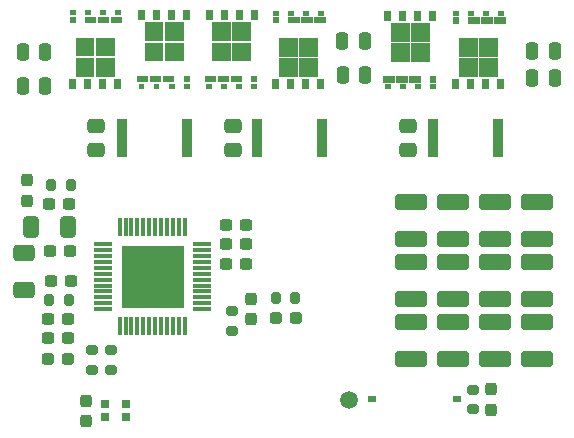
<source format=gbr>
%TF.GenerationSoftware,KiCad,Pcbnew,(7.0.0-0)*%
%TF.CreationDate,2023-03-29T23:18:46+02:00*%
%TF.ProjectId,Nauthiluscontroller,4e617574-6869-46c7-9573-636f6e74726f,rev?*%
%TF.SameCoordinates,Original*%
%TF.FileFunction,Paste,Top*%
%TF.FilePolarity,Positive*%
%FSLAX46Y46*%
G04 Gerber Fmt 4.6, Leading zero omitted, Abs format (unit mm)*
G04 Created by KiCad (PCBNEW (7.0.0-0)) date 2023-03-29 23:18:46*
%MOMM*%
%LPD*%
G01*
G04 APERTURE LIST*
G04 Aperture macros list*
%AMRoundRect*
0 Rectangle with rounded corners*
0 $1 Rounding radius*
0 $2 $3 $4 $5 $6 $7 $8 $9 X,Y pos of 4 corners*
0 Add a 4 corners polygon primitive as box body*
4,1,4,$2,$3,$4,$5,$6,$7,$8,$9,$2,$3,0*
0 Add four circle primitives for the rounded corners*
1,1,$1+$1,$2,$3*
1,1,$1+$1,$4,$5*
1,1,$1+$1,$6,$7*
1,1,$1+$1,$8,$9*
0 Add four rect primitives between the rounded corners*
20,1,$1+$1,$2,$3,$4,$5,0*
20,1,$1+$1,$4,$5,$6,$7,0*
20,1,$1+$1,$6,$7,$8,$9,0*
20,1,$1+$1,$8,$9,$2,$3,0*%
G04 Aperture macros list end*
%ADD10C,0.010000*%
%ADD11RoundRect,0.200000X-0.200000X-0.275000X0.200000X-0.275000X0.200000X0.275000X-0.200000X0.275000X0*%
%ADD12RoundRect,0.249997X1.100003X-0.412503X1.100003X0.412503X-1.100003X0.412503X-1.100003X-0.412503X0*%
%ADD13RoundRect,0.250000X0.475000X-0.337500X0.475000X0.337500X-0.475000X0.337500X-0.475000X-0.337500X0*%
%ADD14RoundRect,0.237500X-0.300000X-0.237500X0.300000X-0.237500X0.300000X0.237500X-0.300000X0.237500X0*%
%ADD15RoundRect,0.237500X0.300000X0.237500X-0.300000X0.237500X-0.300000X-0.237500X0.300000X-0.237500X0*%
%ADD16RoundRect,0.249997X0.412503X0.650003X-0.412503X0.650003X-0.412503X-0.650003X0.412503X-0.650003X0*%
%ADD17RoundRect,0.249997X0.650003X-0.412503X0.650003X0.412503X-0.650003X0.412503X-0.650003X-0.412503X0*%
%ADD18RoundRect,0.237500X0.237500X-0.300000X0.237500X0.300000X-0.237500X0.300000X-0.237500X-0.300000X0*%
%ADD19R,0.300000X1.500000*%
%ADD20R,1.500000X0.300000*%
%ADD21RoundRect,0.200000X0.275000X-0.200000X0.275000X0.200000X-0.275000X0.200000X-0.275000X-0.200000X0*%
%ADD22RoundRect,0.200000X-0.275000X0.200000X-0.275000X-0.200000X0.275000X-0.200000X0.275000X0.200000X0*%
%ADD23RoundRect,0.237500X0.237500X-0.287500X0.237500X0.287500X-0.237500X0.287500X-0.237500X-0.287500X0*%
%ADD24RoundRect,0.237500X-0.287500X-0.237500X0.287500X-0.237500X0.287500X0.237500X-0.287500X0.237500X0*%
%ADD25RoundRect,0.237500X0.287500X0.237500X-0.287500X0.237500X-0.287500X-0.237500X0.287500X-0.237500X0*%
%ADD26RoundRect,0.250000X-0.250000X-0.475000X0.250000X-0.475000X0.250000X0.475000X-0.250000X0.475000X0*%
%ADD27RoundRect,0.250000X0.250000X0.475000X-0.250000X0.475000X-0.250000X-0.475000X0.250000X-0.475000X0*%
%ADD28R,0.800000X0.600000*%
%ADD29R,0.900000X3.200000*%
%ADD30RoundRect,0.237500X-0.237500X0.300000X-0.237500X-0.300000X0.237500X-0.300000X0.237500X0.300000X0*%
%ADD31C,1.500000*%
%ADD32R,0.700000X0.700000*%
G04 APERTURE END LIST*
%TO.C,U3*%
G36*
X131208000Y-108207000D02*
G01*
X126038000Y-108207000D01*
X126038000Y-103037000D01*
X131208000Y-103037000D01*
X131208000Y-108207000D01*
G37*
D10*
X131208000Y-108207000D02*
X126038000Y-108207000D01*
X126038000Y-103037000D01*
X131208000Y-103037000D01*
X131208000Y-108207000D01*
%TO.C,Q2*%
G36*
X125860000Y-83420000D02*
G01*
X125467040Y-83420000D01*
X125467040Y-83070000D01*
X125860000Y-83070000D01*
X125860000Y-83420000D01*
G37*
X125860000Y-83420000D02*
X125467040Y-83420000D01*
X125467040Y-83070000D01*
X125860000Y-83070000D01*
X125860000Y-83420000D01*
G36*
X124590000Y-83420000D02*
G01*
X124190850Y-83420000D01*
X124190850Y-83070000D01*
X124590000Y-83070000D01*
X124590000Y-83420000D01*
G37*
X124590000Y-83420000D02*
X124190850Y-83420000D01*
X124190850Y-83070000D01*
X124590000Y-83070000D01*
X124590000Y-83420000D01*
G36*
X123320000Y-83420000D02*
G01*
X122917487Y-83420000D01*
X122917487Y-83070000D01*
X123320000Y-83070000D01*
X123320000Y-83420000D01*
G37*
X123320000Y-83420000D02*
X122917487Y-83420000D01*
X122917487Y-83070000D01*
X123320000Y-83070000D01*
X123320000Y-83420000D01*
G36*
X122050000Y-83420000D02*
G01*
X121643470Y-83420000D01*
X121643470Y-83070000D01*
X122050000Y-83070000D01*
X122050000Y-83420000D01*
G37*
X122050000Y-83420000D02*
X121643470Y-83420000D01*
X121643470Y-83070000D01*
X122050000Y-83070000D01*
X122050000Y-83420000D01*
G36*
X126020000Y-84070000D02*
G01*
X125125950Y-84070000D01*
X125125950Y-83620000D01*
X126020000Y-83620000D01*
X126020000Y-84070000D01*
G37*
X126020000Y-84070000D02*
X125125950Y-84070000D01*
X125125950Y-83620000D01*
X126020000Y-83620000D01*
X126020000Y-84070000D01*
G36*
X124920000Y-84070000D02*
G01*
X124020759Y-84070000D01*
X124020759Y-83620000D01*
X124920000Y-83620000D01*
X124920000Y-84070000D01*
G37*
X124920000Y-84070000D02*
X124020759Y-84070000D01*
X124020759Y-83620000D01*
X124920000Y-83620000D01*
X124920000Y-84070000D01*
G36*
X123820000Y-84070000D02*
G01*
X122918734Y-84070000D01*
X122918734Y-83620000D01*
X123820000Y-83620000D01*
X123820000Y-84070000D01*
G37*
X123820000Y-84070000D02*
X122918734Y-84070000D01*
X122918734Y-83620000D01*
X123820000Y-83620000D01*
X123820000Y-84070000D01*
G36*
X122050000Y-84070000D02*
G01*
X121647170Y-84070000D01*
X121647170Y-83620000D01*
X122050000Y-83620000D01*
X122050000Y-84070000D01*
G37*
X122050000Y-84070000D02*
X121647170Y-84070000D01*
X121647170Y-83620000D01*
X122050000Y-83620000D01*
X122050000Y-84070000D01*
G36*
X125355000Y-86890000D02*
G01*
X123855150Y-86890000D01*
X123855150Y-85390000D01*
X125355000Y-85390000D01*
X125355000Y-86890000D01*
G37*
X125355000Y-86890000D02*
X123855150Y-86890000D01*
X123855150Y-85390000D01*
X125355000Y-85390000D01*
X125355000Y-86890000D01*
G36*
X123655000Y-86890000D02*
G01*
X122147940Y-86890000D01*
X122147940Y-85390000D01*
X123655000Y-85390000D01*
X123655000Y-86890000D01*
G37*
X123655000Y-86890000D02*
X122147940Y-86890000D01*
X122147940Y-85390000D01*
X123655000Y-85390000D01*
X123655000Y-86890000D01*
G36*
X125355000Y-88590000D02*
G01*
X123855116Y-88590000D01*
X123855116Y-87090000D01*
X125355000Y-87090000D01*
X125355000Y-88590000D01*
G37*
X125355000Y-88590000D02*
X123855116Y-88590000D01*
X123855116Y-87090000D01*
X125355000Y-87090000D01*
X125355000Y-88590000D01*
G36*
X123655000Y-88590000D02*
G01*
X122148650Y-88590000D01*
X122148650Y-87090000D01*
X123655000Y-87090000D01*
X123655000Y-88590000D01*
G37*
X123655000Y-88590000D02*
X122148650Y-88590000D01*
X122148650Y-87090000D01*
X123655000Y-87090000D01*
X123655000Y-88590000D01*
G36*
X125910000Y-89620000D02*
G01*
X125411540Y-89620000D01*
X125411540Y-88870000D01*
X125910000Y-88870000D01*
X125910000Y-89620000D01*
G37*
X125910000Y-89620000D02*
X125411540Y-89620000D01*
X125411540Y-88870000D01*
X125910000Y-88870000D01*
X125910000Y-89620000D01*
G36*
X124640000Y-89620000D02*
G01*
X124141369Y-89620000D01*
X124141369Y-88870000D01*
X124640000Y-88870000D01*
X124640000Y-89620000D01*
G37*
X124640000Y-89620000D02*
X124141369Y-89620000D01*
X124141369Y-88870000D01*
X124640000Y-88870000D01*
X124640000Y-89620000D01*
G36*
X123370000Y-89620000D02*
G01*
X122866756Y-89620000D01*
X122866756Y-88870000D01*
X123370000Y-88870000D01*
X123370000Y-89620000D01*
G37*
X123370000Y-89620000D02*
X122866756Y-89620000D01*
X122866756Y-88870000D01*
X123370000Y-88870000D01*
X123370000Y-89620000D01*
G36*
X122100000Y-89620000D02*
G01*
X121597640Y-89620000D01*
X121597640Y-88870000D01*
X122100000Y-88870000D01*
X122100000Y-89620000D01*
G37*
X122100000Y-89620000D02*
X121597640Y-89620000D01*
X121597640Y-88870000D01*
X122100000Y-88870000D01*
X122100000Y-89620000D01*
%TO.C,Q5*%
G36*
X127882960Y-89620000D02*
G01*
X127490000Y-89620000D01*
X127490000Y-89270000D01*
X127882960Y-89270000D01*
X127882960Y-89620000D01*
G37*
X127882960Y-89620000D02*
X127490000Y-89620000D01*
X127490000Y-89270000D01*
X127882960Y-89270000D01*
X127882960Y-89620000D01*
G36*
X129159150Y-89620000D02*
G01*
X128760000Y-89620000D01*
X128760000Y-89270000D01*
X129159150Y-89270000D01*
X129159150Y-89620000D01*
G37*
X129159150Y-89620000D02*
X128760000Y-89620000D01*
X128760000Y-89270000D01*
X129159150Y-89270000D01*
X129159150Y-89620000D01*
G36*
X130432513Y-89620000D02*
G01*
X130030000Y-89620000D01*
X130030000Y-89270000D01*
X130432513Y-89270000D01*
X130432513Y-89620000D01*
G37*
X130432513Y-89620000D02*
X130030000Y-89620000D01*
X130030000Y-89270000D01*
X130432513Y-89270000D01*
X130432513Y-89620000D01*
G36*
X131706530Y-89620000D02*
G01*
X131300000Y-89620000D01*
X131300000Y-89270000D01*
X131706530Y-89270000D01*
X131706530Y-89620000D01*
G37*
X131706530Y-89620000D02*
X131300000Y-89620000D01*
X131300000Y-89270000D01*
X131706530Y-89270000D01*
X131706530Y-89620000D01*
G36*
X128224050Y-89070000D02*
G01*
X127330000Y-89070000D01*
X127330000Y-88620000D01*
X128224050Y-88620000D01*
X128224050Y-89070000D01*
G37*
X128224050Y-89070000D02*
X127330000Y-89070000D01*
X127330000Y-88620000D01*
X128224050Y-88620000D01*
X128224050Y-89070000D01*
G36*
X129329241Y-89070000D02*
G01*
X128430000Y-89070000D01*
X128430000Y-88620000D01*
X129329241Y-88620000D01*
X129329241Y-89070000D01*
G37*
X129329241Y-89070000D02*
X128430000Y-89070000D01*
X128430000Y-88620000D01*
X129329241Y-88620000D01*
X129329241Y-89070000D01*
G36*
X130431266Y-89070000D02*
G01*
X129530000Y-89070000D01*
X129530000Y-88620000D01*
X130431266Y-88620000D01*
X130431266Y-89070000D01*
G37*
X130431266Y-89070000D02*
X129530000Y-89070000D01*
X129530000Y-88620000D01*
X130431266Y-88620000D01*
X130431266Y-89070000D01*
G36*
X131702830Y-89070000D02*
G01*
X131300000Y-89070000D01*
X131300000Y-88620000D01*
X131702830Y-88620000D01*
X131702830Y-89070000D01*
G37*
X131702830Y-89070000D02*
X131300000Y-89070000D01*
X131300000Y-88620000D01*
X131702830Y-88620000D01*
X131702830Y-89070000D01*
G36*
X129494850Y-87300000D02*
G01*
X127995000Y-87300000D01*
X127995000Y-85800000D01*
X129494850Y-85800000D01*
X129494850Y-87300000D01*
G37*
X129494850Y-87300000D02*
X127995000Y-87300000D01*
X127995000Y-85800000D01*
X129494850Y-85800000D01*
X129494850Y-87300000D01*
G36*
X131202060Y-87300000D02*
G01*
X129695000Y-87300000D01*
X129695000Y-85800000D01*
X131202060Y-85800000D01*
X131202060Y-87300000D01*
G37*
X131202060Y-87300000D02*
X129695000Y-87300000D01*
X129695000Y-85800000D01*
X131202060Y-85800000D01*
X131202060Y-87300000D01*
G36*
X129494884Y-85600000D02*
G01*
X127995000Y-85600000D01*
X127995000Y-84100000D01*
X129494884Y-84100000D01*
X129494884Y-85600000D01*
G37*
X129494884Y-85600000D02*
X127995000Y-85600000D01*
X127995000Y-84100000D01*
X129494884Y-84100000D01*
X129494884Y-85600000D01*
G36*
X131201350Y-85600000D02*
G01*
X129695000Y-85600000D01*
X129695000Y-84100000D01*
X131201350Y-84100000D01*
X131201350Y-85600000D01*
G37*
X131201350Y-85600000D02*
X129695000Y-85600000D01*
X129695000Y-84100000D01*
X131201350Y-84100000D01*
X131201350Y-85600000D01*
G36*
X127938460Y-83820000D02*
G01*
X127440000Y-83820000D01*
X127440000Y-83070000D01*
X127938460Y-83070000D01*
X127938460Y-83820000D01*
G37*
X127938460Y-83820000D02*
X127440000Y-83820000D01*
X127440000Y-83070000D01*
X127938460Y-83070000D01*
X127938460Y-83820000D01*
G36*
X129208631Y-83820000D02*
G01*
X128710000Y-83820000D01*
X128710000Y-83070000D01*
X129208631Y-83070000D01*
X129208631Y-83820000D01*
G37*
X129208631Y-83820000D02*
X128710000Y-83820000D01*
X128710000Y-83070000D01*
X129208631Y-83070000D01*
X129208631Y-83820000D01*
G36*
X130483244Y-83820000D02*
G01*
X129980000Y-83820000D01*
X129980000Y-83070000D01*
X130483244Y-83070000D01*
X130483244Y-83820000D01*
G37*
X130483244Y-83820000D02*
X129980000Y-83820000D01*
X129980000Y-83070000D01*
X130483244Y-83070000D01*
X130483244Y-83820000D01*
G36*
X131752360Y-83820000D02*
G01*
X131250000Y-83820000D01*
X131250000Y-83070000D01*
X131752360Y-83070000D01*
X131752360Y-83820000D01*
G37*
X131752360Y-83820000D02*
X131250000Y-83820000D01*
X131250000Y-83070000D01*
X131752360Y-83070000D01*
X131752360Y-83820000D01*
%TO.C,Q3*%
G36*
X143070000Y-83450000D02*
G01*
X142677040Y-83450000D01*
X142677040Y-83100000D01*
X143070000Y-83100000D01*
X143070000Y-83450000D01*
G37*
X143070000Y-83450000D02*
X142677040Y-83450000D01*
X142677040Y-83100000D01*
X143070000Y-83100000D01*
X143070000Y-83450000D01*
G36*
X141800000Y-83450000D02*
G01*
X141400850Y-83450000D01*
X141400850Y-83100000D01*
X141800000Y-83100000D01*
X141800000Y-83450000D01*
G37*
X141800000Y-83450000D02*
X141400850Y-83450000D01*
X141400850Y-83100000D01*
X141800000Y-83100000D01*
X141800000Y-83450000D01*
G36*
X140530000Y-83450000D02*
G01*
X140127487Y-83450000D01*
X140127487Y-83100000D01*
X140530000Y-83100000D01*
X140530000Y-83450000D01*
G37*
X140530000Y-83450000D02*
X140127487Y-83450000D01*
X140127487Y-83100000D01*
X140530000Y-83100000D01*
X140530000Y-83450000D01*
G36*
X139260000Y-83450000D02*
G01*
X138853470Y-83450000D01*
X138853470Y-83100000D01*
X139260000Y-83100000D01*
X139260000Y-83450000D01*
G37*
X139260000Y-83450000D02*
X138853470Y-83450000D01*
X138853470Y-83100000D01*
X139260000Y-83100000D01*
X139260000Y-83450000D01*
G36*
X143230000Y-84100000D02*
G01*
X142335950Y-84100000D01*
X142335950Y-83650000D01*
X143230000Y-83650000D01*
X143230000Y-84100000D01*
G37*
X143230000Y-84100000D02*
X142335950Y-84100000D01*
X142335950Y-83650000D01*
X143230000Y-83650000D01*
X143230000Y-84100000D01*
G36*
X142130000Y-84100000D02*
G01*
X141230759Y-84100000D01*
X141230759Y-83650000D01*
X142130000Y-83650000D01*
X142130000Y-84100000D01*
G37*
X142130000Y-84100000D02*
X141230759Y-84100000D01*
X141230759Y-83650000D01*
X142130000Y-83650000D01*
X142130000Y-84100000D01*
G36*
X141030000Y-84100000D02*
G01*
X140128734Y-84100000D01*
X140128734Y-83650000D01*
X141030000Y-83650000D01*
X141030000Y-84100000D01*
G37*
X141030000Y-84100000D02*
X140128734Y-84100000D01*
X140128734Y-83650000D01*
X141030000Y-83650000D01*
X141030000Y-84100000D01*
G36*
X139260000Y-84100000D02*
G01*
X138857170Y-84100000D01*
X138857170Y-83650000D01*
X139260000Y-83650000D01*
X139260000Y-84100000D01*
G37*
X139260000Y-84100000D02*
X138857170Y-84100000D01*
X138857170Y-83650000D01*
X139260000Y-83650000D01*
X139260000Y-84100000D01*
G36*
X142565000Y-86920000D02*
G01*
X141065150Y-86920000D01*
X141065150Y-85420000D01*
X142565000Y-85420000D01*
X142565000Y-86920000D01*
G37*
X142565000Y-86920000D02*
X141065150Y-86920000D01*
X141065150Y-85420000D01*
X142565000Y-85420000D01*
X142565000Y-86920000D01*
G36*
X140865000Y-86920000D02*
G01*
X139357940Y-86920000D01*
X139357940Y-85420000D01*
X140865000Y-85420000D01*
X140865000Y-86920000D01*
G37*
X140865000Y-86920000D02*
X139357940Y-86920000D01*
X139357940Y-85420000D01*
X140865000Y-85420000D01*
X140865000Y-86920000D01*
G36*
X142565000Y-88620000D02*
G01*
X141065116Y-88620000D01*
X141065116Y-87120000D01*
X142565000Y-87120000D01*
X142565000Y-88620000D01*
G37*
X142565000Y-88620000D02*
X141065116Y-88620000D01*
X141065116Y-87120000D01*
X142565000Y-87120000D01*
X142565000Y-88620000D01*
G36*
X140865000Y-88620000D02*
G01*
X139358650Y-88620000D01*
X139358650Y-87120000D01*
X140865000Y-87120000D01*
X140865000Y-88620000D01*
G37*
X140865000Y-88620000D02*
X139358650Y-88620000D01*
X139358650Y-87120000D01*
X140865000Y-87120000D01*
X140865000Y-88620000D01*
G36*
X143120000Y-89650000D02*
G01*
X142621540Y-89650000D01*
X142621540Y-88900000D01*
X143120000Y-88900000D01*
X143120000Y-89650000D01*
G37*
X143120000Y-89650000D02*
X142621540Y-89650000D01*
X142621540Y-88900000D01*
X143120000Y-88900000D01*
X143120000Y-89650000D01*
G36*
X141850000Y-89650000D02*
G01*
X141351369Y-89650000D01*
X141351369Y-88900000D01*
X141850000Y-88900000D01*
X141850000Y-89650000D01*
G37*
X141850000Y-89650000D02*
X141351369Y-89650000D01*
X141351369Y-88900000D01*
X141850000Y-88900000D01*
X141850000Y-89650000D01*
G36*
X140580000Y-89650000D02*
G01*
X140076756Y-89650000D01*
X140076756Y-88900000D01*
X140580000Y-88900000D01*
X140580000Y-89650000D01*
G37*
X140580000Y-89650000D02*
X140076756Y-89650000D01*
X140076756Y-88900000D01*
X140580000Y-88900000D01*
X140580000Y-89650000D01*
G36*
X139310000Y-89650000D02*
G01*
X138807640Y-89650000D01*
X138807640Y-88900000D01*
X139310000Y-88900000D01*
X139310000Y-89650000D01*
G37*
X139310000Y-89650000D02*
X138807640Y-89650000D01*
X138807640Y-88900000D01*
X139310000Y-88900000D01*
X139310000Y-89650000D01*
%TO.C,Q6*%
G36*
X133612960Y-89620000D02*
G01*
X133220000Y-89620000D01*
X133220000Y-89270000D01*
X133612960Y-89270000D01*
X133612960Y-89620000D01*
G37*
X133612960Y-89620000D02*
X133220000Y-89620000D01*
X133220000Y-89270000D01*
X133612960Y-89270000D01*
X133612960Y-89620000D01*
G36*
X134889150Y-89620000D02*
G01*
X134490000Y-89620000D01*
X134490000Y-89270000D01*
X134889150Y-89270000D01*
X134889150Y-89620000D01*
G37*
X134889150Y-89620000D02*
X134490000Y-89620000D01*
X134490000Y-89270000D01*
X134889150Y-89270000D01*
X134889150Y-89620000D01*
G36*
X136162513Y-89620000D02*
G01*
X135760000Y-89620000D01*
X135760000Y-89270000D01*
X136162513Y-89270000D01*
X136162513Y-89620000D01*
G37*
X136162513Y-89620000D02*
X135760000Y-89620000D01*
X135760000Y-89270000D01*
X136162513Y-89270000D01*
X136162513Y-89620000D01*
G36*
X137436530Y-89620000D02*
G01*
X137030000Y-89620000D01*
X137030000Y-89270000D01*
X137436530Y-89270000D01*
X137436530Y-89620000D01*
G37*
X137436530Y-89620000D02*
X137030000Y-89620000D01*
X137030000Y-89270000D01*
X137436530Y-89270000D01*
X137436530Y-89620000D01*
G36*
X133954050Y-89070000D02*
G01*
X133060000Y-89070000D01*
X133060000Y-88620000D01*
X133954050Y-88620000D01*
X133954050Y-89070000D01*
G37*
X133954050Y-89070000D02*
X133060000Y-89070000D01*
X133060000Y-88620000D01*
X133954050Y-88620000D01*
X133954050Y-89070000D01*
G36*
X135059241Y-89070000D02*
G01*
X134160000Y-89070000D01*
X134160000Y-88620000D01*
X135059241Y-88620000D01*
X135059241Y-89070000D01*
G37*
X135059241Y-89070000D02*
X134160000Y-89070000D01*
X134160000Y-88620000D01*
X135059241Y-88620000D01*
X135059241Y-89070000D01*
G36*
X136161266Y-89070000D02*
G01*
X135260000Y-89070000D01*
X135260000Y-88620000D01*
X136161266Y-88620000D01*
X136161266Y-89070000D01*
G37*
X136161266Y-89070000D02*
X135260000Y-89070000D01*
X135260000Y-88620000D01*
X136161266Y-88620000D01*
X136161266Y-89070000D01*
G36*
X137432830Y-89070000D02*
G01*
X137030000Y-89070000D01*
X137030000Y-88620000D01*
X137432830Y-88620000D01*
X137432830Y-89070000D01*
G37*
X137432830Y-89070000D02*
X137030000Y-89070000D01*
X137030000Y-88620000D01*
X137432830Y-88620000D01*
X137432830Y-89070000D01*
G36*
X135224850Y-87300000D02*
G01*
X133725000Y-87300000D01*
X133725000Y-85800000D01*
X135224850Y-85800000D01*
X135224850Y-87300000D01*
G37*
X135224850Y-87300000D02*
X133725000Y-87300000D01*
X133725000Y-85800000D01*
X135224850Y-85800000D01*
X135224850Y-87300000D01*
G36*
X136932060Y-87300000D02*
G01*
X135425000Y-87300000D01*
X135425000Y-85800000D01*
X136932060Y-85800000D01*
X136932060Y-87300000D01*
G37*
X136932060Y-87300000D02*
X135425000Y-87300000D01*
X135425000Y-85800000D01*
X136932060Y-85800000D01*
X136932060Y-87300000D01*
G36*
X135224884Y-85600000D02*
G01*
X133725000Y-85600000D01*
X133725000Y-84100000D01*
X135224884Y-84100000D01*
X135224884Y-85600000D01*
G37*
X135224884Y-85600000D02*
X133725000Y-85600000D01*
X133725000Y-84100000D01*
X135224884Y-84100000D01*
X135224884Y-85600000D01*
G36*
X136931350Y-85600000D02*
G01*
X135425000Y-85600000D01*
X135425000Y-84100000D01*
X136931350Y-84100000D01*
X136931350Y-85600000D01*
G37*
X136931350Y-85600000D02*
X135425000Y-85600000D01*
X135425000Y-84100000D01*
X136931350Y-84100000D01*
X136931350Y-85600000D01*
G36*
X133668460Y-83820000D02*
G01*
X133170000Y-83820000D01*
X133170000Y-83070000D01*
X133668460Y-83070000D01*
X133668460Y-83820000D01*
G37*
X133668460Y-83820000D02*
X133170000Y-83820000D01*
X133170000Y-83070000D01*
X133668460Y-83070000D01*
X133668460Y-83820000D01*
G36*
X134938631Y-83820000D02*
G01*
X134440000Y-83820000D01*
X134440000Y-83070000D01*
X134938631Y-83070000D01*
X134938631Y-83820000D01*
G37*
X134938631Y-83820000D02*
X134440000Y-83820000D01*
X134440000Y-83070000D01*
X134938631Y-83070000D01*
X134938631Y-83820000D01*
G36*
X136213244Y-83820000D02*
G01*
X135710000Y-83820000D01*
X135710000Y-83070000D01*
X136213244Y-83070000D01*
X136213244Y-83820000D01*
G37*
X136213244Y-83820000D02*
X135710000Y-83820000D01*
X135710000Y-83070000D01*
X136213244Y-83070000D01*
X136213244Y-83820000D01*
G36*
X137482360Y-83820000D02*
G01*
X136980000Y-83820000D01*
X136980000Y-83070000D01*
X137482360Y-83070000D01*
X137482360Y-83820000D01*
G37*
X137482360Y-83820000D02*
X136980000Y-83820000D01*
X136980000Y-83070000D01*
X137482360Y-83070000D01*
X137482360Y-83820000D01*
%TO.C,Q4*%
G36*
X158300000Y-83460000D02*
G01*
X157907040Y-83460000D01*
X157907040Y-83110000D01*
X158300000Y-83110000D01*
X158300000Y-83460000D01*
G37*
X158300000Y-83460000D02*
X157907040Y-83460000D01*
X157907040Y-83110000D01*
X158300000Y-83110000D01*
X158300000Y-83460000D01*
G36*
X157030000Y-83460000D02*
G01*
X156630850Y-83460000D01*
X156630850Y-83110000D01*
X157030000Y-83110000D01*
X157030000Y-83460000D01*
G37*
X157030000Y-83460000D02*
X156630850Y-83460000D01*
X156630850Y-83110000D01*
X157030000Y-83110000D01*
X157030000Y-83460000D01*
G36*
X155760000Y-83460000D02*
G01*
X155357487Y-83460000D01*
X155357487Y-83110000D01*
X155760000Y-83110000D01*
X155760000Y-83460000D01*
G37*
X155760000Y-83460000D02*
X155357487Y-83460000D01*
X155357487Y-83110000D01*
X155760000Y-83110000D01*
X155760000Y-83460000D01*
G36*
X154490000Y-83460000D02*
G01*
X154083470Y-83460000D01*
X154083470Y-83110000D01*
X154490000Y-83110000D01*
X154490000Y-83460000D01*
G37*
X154490000Y-83460000D02*
X154083470Y-83460000D01*
X154083470Y-83110000D01*
X154490000Y-83110000D01*
X154490000Y-83460000D01*
G36*
X158460000Y-84110000D02*
G01*
X157565950Y-84110000D01*
X157565950Y-83660000D01*
X158460000Y-83660000D01*
X158460000Y-84110000D01*
G37*
X158460000Y-84110000D02*
X157565950Y-84110000D01*
X157565950Y-83660000D01*
X158460000Y-83660000D01*
X158460000Y-84110000D01*
G36*
X157360000Y-84110000D02*
G01*
X156460759Y-84110000D01*
X156460759Y-83660000D01*
X157360000Y-83660000D01*
X157360000Y-84110000D01*
G37*
X157360000Y-84110000D02*
X156460759Y-84110000D01*
X156460759Y-83660000D01*
X157360000Y-83660000D01*
X157360000Y-84110000D01*
G36*
X156260000Y-84110000D02*
G01*
X155358734Y-84110000D01*
X155358734Y-83660000D01*
X156260000Y-83660000D01*
X156260000Y-84110000D01*
G37*
X156260000Y-84110000D02*
X155358734Y-84110000D01*
X155358734Y-83660000D01*
X156260000Y-83660000D01*
X156260000Y-84110000D01*
G36*
X154490000Y-84110000D02*
G01*
X154087170Y-84110000D01*
X154087170Y-83660000D01*
X154490000Y-83660000D01*
X154490000Y-84110000D01*
G37*
X154490000Y-84110000D02*
X154087170Y-84110000D01*
X154087170Y-83660000D01*
X154490000Y-83660000D01*
X154490000Y-84110000D01*
G36*
X157795000Y-86930000D02*
G01*
X156295150Y-86930000D01*
X156295150Y-85430000D01*
X157795000Y-85430000D01*
X157795000Y-86930000D01*
G37*
X157795000Y-86930000D02*
X156295150Y-86930000D01*
X156295150Y-85430000D01*
X157795000Y-85430000D01*
X157795000Y-86930000D01*
G36*
X156095000Y-86930000D02*
G01*
X154587940Y-86930000D01*
X154587940Y-85430000D01*
X156095000Y-85430000D01*
X156095000Y-86930000D01*
G37*
X156095000Y-86930000D02*
X154587940Y-86930000D01*
X154587940Y-85430000D01*
X156095000Y-85430000D01*
X156095000Y-86930000D01*
G36*
X157795000Y-88630000D02*
G01*
X156295116Y-88630000D01*
X156295116Y-87130000D01*
X157795000Y-87130000D01*
X157795000Y-88630000D01*
G37*
X157795000Y-88630000D02*
X156295116Y-88630000D01*
X156295116Y-87130000D01*
X157795000Y-87130000D01*
X157795000Y-88630000D01*
G36*
X156095000Y-88630000D02*
G01*
X154588650Y-88630000D01*
X154588650Y-87130000D01*
X156095000Y-87130000D01*
X156095000Y-88630000D01*
G37*
X156095000Y-88630000D02*
X154588650Y-88630000D01*
X154588650Y-87130000D01*
X156095000Y-87130000D01*
X156095000Y-88630000D01*
G36*
X158350000Y-89660000D02*
G01*
X157851540Y-89660000D01*
X157851540Y-88910000D01*
X158350000Y-88910000D01*
X158350000Y-89660000D01*
G37*
X158350000Y-89660000D02*
X157851540Y-89660000D01*
X157851540Y-88910000D01*
X158350000Y-88910000D01*
X158350000Y-89660000D01*
G36*
X157080000Y-89660000D02*
G01*
X156581369Y-89660000D01*
X156581369Y-88910000D01*
X157080000Y-88910000D01*
X157080000Y-89660000D01*
G37*
X157080000Y-89660000D02*
X156581369Y-89660000D01*
X156581369Y-88910000D01*
X157080000Y-88910000D01*
X157080000Y-89660000D01*
G36*
X155810000Y-89660000D02*
G01*
X155306756Y-89660000D01*
X155306756Y-88910000D01*
X155810000Y-88910000D01*
X155810000Y-89660000D01*
G37*
X155810000Y-89660000D02*
X155306756Y-89660000D01*
X155306756Y-88910000D01*
X155810000Y-88910000D01*
X155810000Y-89660000D01*
G36*
X154540000Y-89660000D02*
G01*
X154037640Y-89660000D01*
X154037640Y-88910000D01*
X154540000Y-88910000D01*
X154540000Y-89660000D01*
G37*
X154540000Y-89660000D02*
X154037640Y-89660000D01*
X154037640Y-88910000D01*
X154540000Y-88910000D01*
X154540000Y-89660000D01*
%TO.C,Q7*%
G36*
X148732960Y-89670000D02*
G01*
X148340000Y-89670000D01*
X148340000Y-89320000D01*
X148732960Y-89320000D01*
X148732960Y-89670000D01*
G37*
X148732960Y-89670000D02*
X148340000Y-89670000D01*
X148340000Y-89320000D01*
X148732960Y-89320000D01*
X148732960Y-89670000D01*
G36*
X150009150Y-89670000D02*
G01*
X149610000Y-89670000D01*
X149610000Y-89320000D01*
X150009150Y-89320000D01*
X150009150Y-89670000D01*
G37*
X150009150Y-89670000D02*
X149610000Y-89670000D01*
X149610000Y-89320000D01*
X150009150Y-89320000D01*
X150009150Y-89670000D01*
G36*
X151282513Y-89670000D02*
G01*
X150880000Y-89670000D01*
X150880000Y-89320000D01*
X151282513Y-89320000D01*
X151282513Y-89670000D01*
G37*
X151282513Y-89670000D02*
X150880000Y-89670000D01*
X150880000Y-89320000D01*
X151282513Y-89320000D01*
X151282513Y-89670000D01*
G36*
X152556530Y-89670000D02*
G01*
X152150000Y-89670000D01*
X152150000Y-89320000D01*
X152556530Y-89320000D01*
X152556530Y-89670000D01*
G37*
X152556530Y-89670000D02*
X152150000Y-89670000D01*
X152150000Y-89320000D01*
X152556530Y-89320000D01*
X152556530Y-89670000D01*
G36*
X149074050Y-89120000D02*
G01*
X148180000Y-89120000D01*
X148180000Y-88670000D01*
X149074050Y-88670000D01*
X149074050Y-89120000D01*
G37*
X149074050Y-89120000D02*
X148180000Y-89120000D01*
X148180000Y-88670000D01*
X149074050Y-88670000D01*
X149074050Y-89120000D01*
G36*
X150179241Y-89120000D02*
G01*
X149280000Y-89120000D01*
X149280000Y-88670000D01*
X150179241Y-88670000D01*
X150179241Y-89120000D01*
G37*
X150179241Y-89120000D02*
X149280000Y-89120000D01*
X149280000Y-88670000D01*
X150179241Y-88670000D01*
X150179241Y-89120000D01*
G36*
X151281266Y-89120000D02*
G01*
X150380000Y-89120000D01*
X150380000Y-88670000D01*
X151281266Y-88670000D01*
X151281266Y-89120000D01*
G37*
X151281266Y-89120000D02*
X150380000Y-89120000D01*
X150380000Y-88670000D01*
X151281266Y-88670000D01*
X151281266Y-89120000D01*
G36*
X152552830Y-89120000D02*
G01*
X152150000Y-89120000D01*
X152150000Y-88670000D01*
X152552830Y-88670000D01*
X152552830Y-89120000D01*
G37*
X152552830Y-89120000D02*
X152150000Y-89120000D01*
X152150000Y-88670000D01*
X152552830Y-88670000D01*
X152552830Y-89120000D01*
G36*
X150344850Y-87350000D02*
G01*
X148845000Y-87350000D01*
X148845000Y-85850000D01*
X150344850Y-85850000D01*
X150344850Y-87350000D01*
G37*
X150344850Y-87350000D02*
X148845000Y-87350000D01*
X148845000Y-85850000D01*
X150344850Y-85850000D01*
X150344850Y-87350000D01*
G36*
X152052060Y-87350000D02*
G01*
X150545000Y-87350000D01*
X150545000Y-85850000D01*
X152052060Y-85850000D01*
X152052060Y-87350000D01*
G37*
X152052060Y-87350000D02*
X150545000Y-87350000D01*
X150545000Y-85850000D01*
X152052060Y-85850000D01*
X152052060Y-87350000D01*
G36*
X150344884Y-85650000D02*
G01*
X148845000Y-85650000D01*
X148845000Y-84150000D01*
X150344884Y-84150000D01*
X150344884Y-85650000D01*
G37*
X150344884Y-85650000D02*
X148845000Y-85650000D01*
X148845000Y-84150000D01*
X150344884Y-84150000D01*
X150344884Y-85650000D01*
G36*
X152051350Y-85650000D02*
G01*
X150545000Y-85650000D01*
X150545000Y-84150000D01*
X152051350Y-84150000D01*
X152051350Y-85650000D01*
G37*
X152051350Y-85650000D02*
X150545000Y-85650000D01*
X150545000Y-84150000D01*
X152051350Y-84150000D01*
X152051350Y-85650000D01*
G36*
X148788460Y-83870000D02*
G01*
X148290000Y-83870000D01*
X148290000Y-83120000D01*
X148788460Y-83120000D01*
X148788460Y-83870000D01*
G37*
X148788460Y-83870000D02*
X148290000Y-83870000D01*
X148290000Y-83120000D01*
X148788460Y-83120000D01*
X148788460Y-83870000D01*
G36*
X150058631Y-83870000D02*
G01*
X149560000Y-83870000D01*
X149560000Y-83120000D01*
X150058631Y-83120000D01*
X150058631Y-83870000D01*
G37*
X150058631Y-83870000D02*
X149560000Y-83870000D01*
X149560000Y-83120000D01*
X150058631Y-83120000D01*
X150058631Y-83870000D01*
G36*
X151333244Y-83870000D02*
G01*
X150830000Y-83870000D01*
X150830000Y-83120000D01*
X151333244Y-83120000D01*
X151333244Y-83870000D01*
G37*
X151333244Y-83870000D02*
X150830000Y-83870000D01*
X150830000Y-83120000D01*
X151333244Y-83120000D01*
X151333244Y-83870000D01*
G36*
X152602360Y-83870000D02*
G01*
X152100000Y-83870000D01*
X152100000Y-83120000D01*
X152602360Y-83120000D01*
X152602360Y-83870000D01*
G37*
X152602360Y-83870000D02*
X152100000Y-83870000D01*
X152100000Y-83120000D01*
X152602360Y-83120000D01*
X152602360Y-83870000D01*
%TD*%
D11*
%TO.C,R8*%
X139075000Y-107450000D03*
X140725000Y-107450000D03*
%TD*%
D12*
%TO.C,C50*%
X150520000Y-112624500D03*
X150520000Y-109499500D03*
%TD*%
%TO.C,C49*%
X154120000Y-112624500D03*
X154120000Y-109499500D03*
%TD*%
%TO.C,C46*%
X154120000Y-107524500D03*
X154120000Y-104399500D03*
%TD*%
%TO.C,C45*%
X154120000Y-102462000D03*
X154120000Y-99337000D03*
%TD*%
D13*
%TO.C,C32*%
X150300000Y-94917500D03*
X150300000Y-92842500D03*
%TD*%
D14*
%TO.C,C29*%
X134875000Y-104550000D03*
X136600000Y-104550000D03*
%TD*%
D15*
%TO.C,C19*%
X121597500Y-99460000D03*
X119872500Y-99460000D03*
%TD*%
D16*
%TO.C,C18*%
X121467500Y-101430000D03*
X118342500Y-101430000D03*
%TD*%
D15*
%TO.C,C17*%
X121690000Y-103410000D03*
X119965000Y-103410000D03*
%TD*%
D17*
%TO.C,C13*%
X117800000Y-106762500D03*
X117800000Y-103637500D03*
%TD*%
D14*
%TO.C,C28*%
X134855000Y-102880000D03*
X136580000Y-102880000D03*
%TD*%
%TO.C,C14*%
X119778000Y-109247000D03*
X121503000Y-109247000D03*
%TD*%
D18*
%TO.C,C23*%
X136990000Y-109232500D03*
X136990000Y-107507500D03*
%TD*%
D14*
%TO.C,C15*%
X119778000Y-110835000D03*
X121503000Y-110835000D03*
%TD*%
D12*
%TO.C,C42*%
X150520000Y-107524500D03*
X150520000Y-104399500D03*
%TD*%
D19*
%TO.C,U3*%
X125872999Y-109821999D03*
X126372999Y-109821999D03*
X126872999Y-109821999D03*
X127372999Y-109821999D03*
X127872999Y-109821999D03*
X128372999Y-109821999D03*
X128872999Y-109821999D03*
X129372999Y-109821999D03*
X129872999Y-109821999D03*
X130372999Y-109821999D03*
X130872999Y-109821999D03*
X131372999Y-109821999D03*
D20*
X132822999Y-108371999D03*
X132822999Y-107871999D03*
X132822999Y-107371999D03*
X132822999Y-106871999D03*
X132822999Y-106371999D03*
X132822999Y-105871999D03*
X132822999Y-105371999D03*
X132822999Y-104871999D03*
X132822999Y-104371999D03*
X132822999Y-103871999D03*
X132822999Y-103371999D03*
X132822999Y-102871999D03*
D19*
X131372999Y-101421999D03*
X130872999Y-101421999D03*
X130372999Y-101421999D03*
X129872999Y-101421999D03*
X129372999Y-101421999D03*
X128872999Y-101421999D03*
X128372999Y-101421999D03*
X127872999Y-101421999D03*
X127372999Y-101421999D03*
X126872999Y-101421999D03*
X126372999Y-101421999D03*
X125872999Y-101421999D03*
D20*
X124422999Y-102871999D03*
X124422999Y-103371999D03*
X124422999Y-103871999D03*
X124422999Y-104371999D03*
X124422999Y-104871999D03*
X124422999Y-105371999D03*
X124422999Y-105871999D03*
X124422999Y-106371999D03*
X124422999Y-106871999D03*
X124422999Y-107371999D03*
X124422999Y-107871999D03*
X124422999Y-108371999D03*
%TD*%
D21*
%TO.C,R2*%
X125100000Y-113485000D03*
X125100000Y-111835000D03*
%TD*%
D22*
%TO.C,R10*%
X135370000Y-108560000D03*
X135370000Y-110210000D03*
%TD*%
D11*
%TO.C,R5*%
X119930000Y-107560000D03*
X121580000Y-107560000D03*
%TD*%
D14*
%TO.C,C16*%
X120042500Y-105985000D03*
X121767500Y-105985000D03*
%TD*%
D13*
%TO.C,C30*%
X123830000Y-94917500D03*
X123830000Y-92842500D03*
%TD*%
D14*
%TO.C,C27*%
X134867500Y-101210000D03*
X136592500Y-101210000D03*
%TD*%
D21*
%TO.C,R1*%
X123500000Y-113485000D03*
X123500000Y-111835000D03*
%TD*%
D12*
%TO.C,C48*%
X161222000Y-102462000D03*
X161222000Y-99337000D03*
%TD*%
%TO.C,C43*%
X161222000Y-107524500D03*
X161222000Y-104399500D03*
%TD*%
%TO.C,C41*%
X161222000Y-112624500D03*
X161222000Y-109499500D03*
%TD*%
%TO.C,C39*%
X157662000Y-102462000D03*
X157662000Y-99337000D03*
%TD*%
%TO.C,C44*%
X157650000Y-112624500D03*
X157650000Y-109499500D03*
%TD*%
D11*
%TO.C,R7*%
X120080000Y-97860000D03*
X121730000Y-97860000D03*
%TD*%
D23*
%TO.C,D2*%
X118030000Y-99185000D03*
X118030000Y-97435000D03*
%TD*%
D24*
%TO.C,D3*%
X139075000Y-109150000D03*
X140825000Y-109150000D03*
%TD*%
D25*
%TO.C,D1*%
X121515500Y-112610000D03*
X119765500Y-112610000D03*
%TD*%
D12*
%TO.C,C47*%
X150520000Y-102462000D03*
X150520000Y-99337000D03*
%TD*%
D26*
%TO.C,C38*%
X144750000Y-88570000D03*
X146650000Y-88570000D03*
%TD*%
%TO.C,C33*%
X144720000Y-85640000D03*
X146620000Y-85640000D03*
%TD*%
D13*
%TO.C,C31*%
X135490000Y-94917500D03*
X135490000Y-92842500D03*
%TD*%
D27*
%TO.C,C34*%
X119560000Y-89450000D03*
X117660000Y-89450000D03*
%TD*%
%TO.C,C36*%
X119550000Y-86600000D03*
X117650000Y-86600000D03*
%TD*%
D26*
%TO.C,C35*%
X160800000Y-88825000D03*
X162700000Y-88825000D03*
%TD*%
%TO.C,C37*%
X160790000Y-86530000D03*
X162690000Y-86530000D03*
%TD*%
D22*
%TO.C,R16*%
X155760000Y-115190000D03*
X155760000Y-116840000D03*
%TD*%
D28*
%TO.C,SW1*%
X154401039Y-115979999D03*
X147198959Y-115979999D03*
%TD*%
D29*
%TO.C,R11*%
X131609999Y-93879999D03*
X126109999Y-93879999D03*
%TD*%
%TO.C,R12*%
X142979999Y-93879999D03*
X137479999Y-93879999D03*
%TD*%
%TO.C,R13*%
X157879999Y-93879999D03*
X152379999Y-93879999D03*
%TD*%
D12*
%TO.C,C40*%
X157650000Y-107524500D03*
X157650000Y-104399500D03*
%TD*%
D30*
%TO.C,C51*%
X157350000Y-115160000D03*
X157350000Y-116885000D03*
%TD*%
D31*
%TO.C,J5*%
X145290000Y-116090000D03*
%TD*%
D30*
%TO.C,C52*%
X123020000Y-116135000D03*
X123020000Y-117860000D03*
%TD*%
D32*
%TO.C,D4*%
X124599999Y-116409999D03*
X124599999Y-117509999D03*
X126429999Y-117509999D03*
X126429999Y-116409999D03*
%TD*%
M02*

</source>
